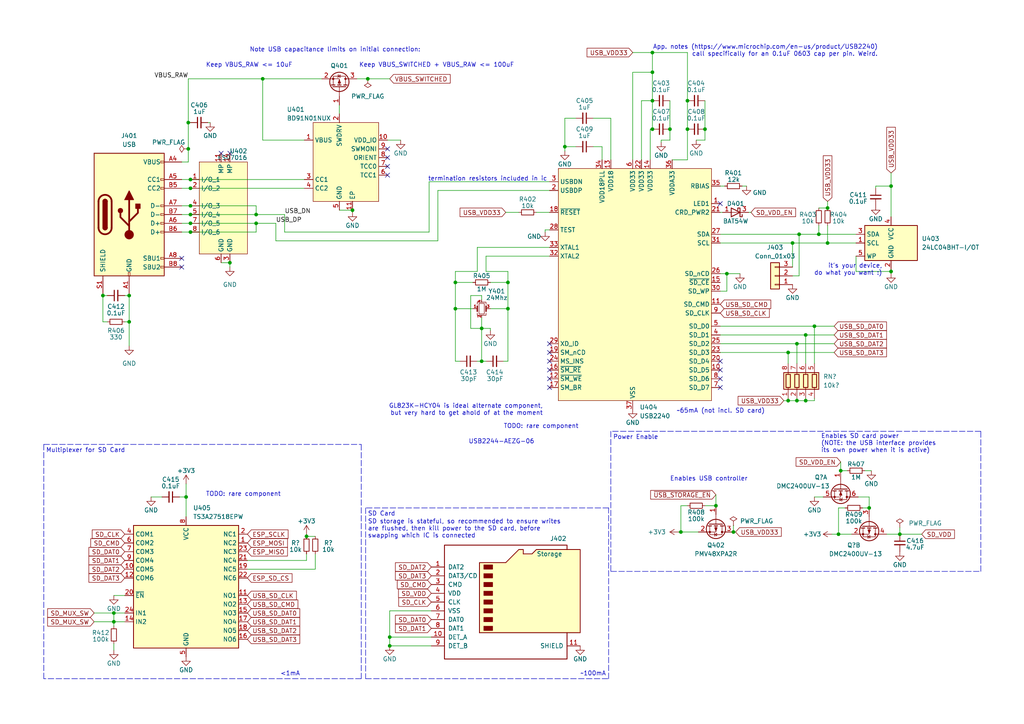
<source format=kicad_sch>
(kicad_sch (version 20211123) (generator eeschema)
  (paper "A4")
  (title_block (title "gay ipod storage + usb interface") (date "2022-09-04") (rev "1"))
  (lib_symbols
    (symbol "Analog_Switch:TS3A27518EPW"
      (property "Reference" "U" (at -13.97 19.05 0))
      (property "Value" "TS3A27518EPW" (at 8.89 19.05 0))
      (symbol "TS3A27518EPW_1_1"
        (pin bidirectional line (at 17.78 12.7 180) (length 2.54) (name "NC2") (number "1"))
        (pin bidirectional line (at -17.78 5.08 0) (length 2.54) (name "COM5") (number "10"))
        (pin bidirectional line (at 17.78 -2.54 180) (length 2.54) (name "NO1") (number "11"))
        (pin bidirectional line (at -17.78 2.54 0) (length 2.54) (name "COM6") (number "12"))
        (pin bidirectional line (at 17.78 -5.08 180) (length 2.54) (name "NO2") (number "13"))
        (pin input line (at -17.78 -10.16 0) (length 2.54) (name "IN2") (number "14"))
        (pin bidirectional line (at 17.78 -7.62 180) (length 2.54) (name "NO3") (number "15"))
        (pin bidirectional line (at 17.78 -15.24 180) (length 2.54) (name "NO6") (number "16"))
        (pin bidirectional line (at 17.78 -10.16 180) (length 2.54) (name "NO4") (number "17"))
        (pin bidirectional line (at 17.78 -12.7 180) (length 2.54) (name "NO5") (number "18"))
        (pin bidirectional line (at 17.78 5.08 180) (length 2.54) (name "NC5") (number "19"))
        (pin bidirectional line (at 17.78 15.24 180) (length 2.54) (name "NC1") (number "2"))
        (pin input line (at -17.78 -2.54 0) (length 2.54) (name "~{EN}") (number "20"))
        (pin bidirectional line (at 17.78 7.62 180) (length 2.54) (name "NC4") (number "21"))
        (pin bidirectional line (at 17.78 2.54 180) (length 2.54) (name "NC6") (number "22"))
        (pin bidirectional line (at 17.78 10.16 180) (length 2.54) (name "NC3") (number "23"))
        (pin input line (at -17.78 -7.62 0) (length 2.54) (name "IN1") (number "24"))
        (pin no_connect line (at -15.24 -15.24 0) (length 2.54) hide (name "N.C.") (number "3"))
        (pin bidirectional line (at -17.78 15.24 0) (length 2.54) (name "COM1") (number "4"))
        (pin power_in line (at 0 -20.32 90) (length 2.54) (name "GND") (number "5"))
        (pin bidirectional line (at -17.78 12.7 0) (length 2.54) (name "COM2") (number "6"))
        (pin bidirectional line (at -17.78 10.16 0) (length 2.54) (name "COM3") (number "7"))
        (pin power_in line (at 0 20.32 270) (length 2.54) (name "VCC") (number "8"))
        (pin bidirectional line (at -17.78 7.62 0) (length 2.54) (name "COM4") (number "9"))
      )
    )
    (symbol "Connector:Micro_SD_Card_Det_Hirose_DM3AT" (pin_names (offset 1.016))
      (property "Reference" "J" (at -16.51 17.78 0))
      (property "Value" "Micro_SD_Card_Det_Hirose_DM3AT" (at 16.51 17.78 0))
      (symbol "Micro_SD_Card_Det_Hirose_DM3AT_1_1"
        (pin bidirectional line (at -22.86 10.16 0) (length 3.81) (name "DAT2") (number "1"))
        (pin passive line (at -22.86 -10.16 0) (length 3.81) (name "DET_A") (number "10"))
        (pin passive line (at 20.32 -12.7 180) (length 3.81) (name "SHIELD") (number "11"))
        (pin bidirectional line (at -22.86 7.62 0) (length 3.81) (name "DAT3/CD") (number "2"))
        (pin input line (at -22.86 5.08 0) (length 3.81) (name "CMD") (number "3"))
        (pin power_in line (at -22.86 2.54 0) (length 3.81) (name "VDD") (number "4"))
        (pin input line (at -22.86 0 0) (length 3.81) (name "CLK") (number "5"))
        (pin power_in line (at -22.86 -2.54 0) (length 3.81) (name "VSS") (number "6"))
        (pin bidirectional line (at -22.86 -5.08 0) (length 3.81) (name "DAT0") (number "7"))
        (pin bidirectional line (at -22.86 -7.62 0) (length 3.81) (name "DAT1") (number "8"))
        (pin passive line (at -22.86 -12.7 0) (length 3.81) (name "DET_B") (number "9"))
      )
    )
    (symbol "Connector:USB_C_Receptacle_USB2.0" (pin_names (offset 1.016))
      (property "Reference" "J" (at -10.16 19.05 0))
      (property "Value" "USB_C_Receptacle_USB2.0" (at 19.05 19.05 0))
      (symbol "USB_C_Receptacle_USB2.0_1_1"
        (pin passive line (at 0 -22.86 90) (length 5.08) (name "GND") (number "A1"))
        (pin passive line (at 0 -22.86 90) (length 5.08) hide (name "GND") (number "A12"))
        (pin passive line (at 15.24 15.24 180) (length 5.08) (name "VBUS") (number "A4"))
        (pin bidirectional line (at 15.24 10.16 180) (length 5.08) (name "CC1") (number "A5"))
        (pin bidirectional line (at 15.24 -2.54 180) (length 5.08) (name "D+") (number "A6"))
        (pin bidirectional line (at 15.24 2.54 180) (length 5.08) (name "D-") (number "A7"))
        (pin bidirectional line (at 15.24 -12.7 180) (length 5.08) (name "SBU1") (number "A8"))
        (pin passive line (at 15.24 15.24 180) (length 5.08) hide (name "VBUS") (number "A9"))
        (pin passive line (at 0 -22.86 90) (length 5.08) hide (name "GND") (number "B1"))
        (pin passive line (at 0 -22.86 90) (length 5.08) hide (name "GND") (number "B12"))
        (pin passive line (at 15.24 15.24 180) (length 5.08) hide (name "VBUS") (number "B4"))
        (pin bidirectional line (at 15.24 7.62 180) (length 5.08) (name "CC2") (number "B5"))
        (pin bidirectional line (at 15.24 -5.08 180) (length 5.08) (name "D+") (number "B6"))
        (pin bidirectional line (at 15.24 0 180) (length 5.08) (name "D-") (number "B7"))
        (pin bidirectional line (at 15.24 -15.24 180) (length 5.08) (name "SBU2") (number "B8"))
        (pin passive line (at 15.24 15.24 180) (length 5.08) hide (name "VBUS") (number "B9"))
        (pin passive line (at -7.62 -22.86 90) (length 5.08) (name "SHIELD") (number "S1"))
      )
    )
    (symbol "Connector_Generic:Conn_01x03" (pin_names (offset 1.016) hide)
      (property "Reference" "J" (at 0 5.08 0))
      (property "Value" "Conn_01x03" (at 0 -5.08 0))
      (symbol "Conn_01x03_1_1"
        (pin passive line (at -5.08 2.54 0) (length 3.81) (name "Pin_1") (number "1"))
        (pin passive line (at -5.08 0 0) (length 3.81) (name "Pin_2") (number "2"))
        (pin passive line (at -5.08 -2.54 0) (length 3.81) (name "Pin_3") (number "3"))
      )
    )
    (symbol "Device:C_Small" (pin_numbers hide) (pin_names (offset 0.254) hide)
      (property "Reference" "C" (at 0.254 1.778 0))
      (property "Value" "C_Small" (at 0.254 -2.032 0))
      (symbol "C_Small_1_1"
        (pin passive line (at 0 2.54 270) (length 2.032) (name "~") (number "1"))
        (pin passive line (at 0 -2.54 90) (length 2.032) (name "~") (number "2"))
      )
    )
    (symbol "Device:Crystal_GND24_Small" (pin_names (offset 1.016) hide)
      (property "Reference" "Y" (at 1.27 4.445 0))
      (property "Value" "Crystal_GND24_Small" (at 1.27 2.54 0))
      (symbol "Crystal_GND24_Small_1_1"
        (pin passive line (at -2.54 0 0) (length 1.27) (name "1") (number "1"))
        (pin passive line (at 0 -2.54 90) (length 0.635) (name "2") (number "2"))
        (pin passive line (at 2.54 0 180) (length 1.27) (name "3") (number "3"))
        (pin passive line (at 0 2.54 270) (length 0.635) (name "4") (number "4"))
      )
    )
    (symbol "Device:Q_PMOS_GSD" (pin_names (offset 0) hide)
      (property "Reference" "Q" (at 5.08 1.27 0))
      (property "Value" "Q_PMOS_GSD" (at 5.08 -1.27 0))
      (symbol "Q_PMOS_GSD_1_1"
        (pin input line (at -5.08 0 0) (length 2.54) (name "G") (number "1"))
        (pin passive line (at 2.54 -5.08 90) (length 2.54) (name "S") (number "2"))
        (pin passive line (at 2.54 5.08 270) (length 2.54) (name "D") (number "3"))
      )
    )
    (symbol "Device:R_Pack04" (pin_names (offset 0) hide)
      (property "Reference" "RN" (at -7.62 0 90))
      (property "Value" "R_Pack04" (at 5.08 0 90))
      (symbol "R_Pack04_1_1"
        (pin passive line (at -5.08 -5.08 90) (length 2.54) (name "R1.1") (number "1"))
        (pin passive line (at -2.54 -5.08 90) (length 2.54) (name "R2.1") (number "2"))
        (pin passive line (at 0 -5.08 90) (length 2.54) (name "R3.1") (number "3"))
        (pin passive line (at 2.54 -5.08 90) (length 2.54) (name "R4.1") (number "4"))
        (pin passive line (at 2.54 5.08 270) (length 2.54) (name "R4.2") (number "5"))
        (pin passive line (at 0 5.08 270) (length 2.54) (name "R3.2") (number "6"))
        (pin passive line (at -2.54 5.08 270) (length 2.54) (name "R2.2") (number "7"))
        (pin passive line (at -5.08 5.08 270) (length 2.54) (name "R1.2") (number "8"))
      )
    )
    (symbol "Device:R_Small" (pin_numbers hide) (pin_names (offset 0.254) hide)
      (property "Reference" "R" (at 0.762 0.508 0))
      (property "Value" "R_Small" (at 0.762 -1.016 0))
      (symbol "R_Small_1_1"
        (pin passive line (at 0 2.54 270) (length 0.762) (name "~") (number "1"))
        (pin passive line (at 0 -2.54 90) (length 0.762) (name "~") (number "2"))
      )
    )
    (symbol "Diode:BAT54W" (pin_names (offset 1.016) hide)
      (property "Reference" "D" (at 0 2.54 0))
      (property "Value" "BAT54W" (at 0 -2.54 0))
      (symbol "BAT54W_1_1"
        (pin passive line (at 3.81 0 180) (length 2.54) (name "A") (number "1"))
        (pin no_connect line (at 0 0 90) (length 2.54) hide (name "NC") (number "2"))
        (pin passive line (at -3.81 0 0) (length 2.54) (name "K") (number "3"))
      )
    )
    (symbol "Memory_EEPROM:24AA02-OT"
      (property "Reference" "U?" (at -8.89 1.2701 0))
      (property "Value" "24LC08BHT-I/OT " (at -8.89 -1.2699 0))
      (symbol "24AA02-OT_1_1"
        (pin input line (at 10.16 0 180) (length 2.54) (name "SCL") (number "1"))
        (pin power_in line (at 0 -7.62 90) (length 2.54) (name "GND") (number "2"))
        (pin bidirectional line (at 10.16 2.54 180) (length 2.54) (name "SDA") (number "3"))
        (pin power_in line (at 0 7.62 270) (length 2.54) (name "VCC") (number "4"))
        (pin input line (at 10.16 -3.81 180) (length 2.54) (name "WP") (number "5"))
      )
    )
    (symbol "Transistor_FET:DMC2053UVT" (pin_names hide)
      (property "Reference" "Q" (at 3.175 1.27 0))
      (property "Value" "DMC2053UVT" (at 3.175 -1.27 0))
      (symbol "DMC2053UVT_1_1"
        (pin passive line (at -7.62 0 0) (length 2.54) (name "G") (number "1"))
        (pin passive line (at 0 -5.08 90) (length 2.54) (name "S") (number "5"))
        (pin passive line (at 0 5.08 270) (length 2.54) (name "D") (number "6"))
      )
      (symbol "DMC2053UVT_2_1"
        (pin passive line (at 0 -5.08 90) (length 2.54) (name "S") (number "2"))
        (pin passive line (at -7.62 0 0) (length 2.54) (name "G") (number "3"))
        (pin passive line (at 0 5.08 270) (length 2.54) (name "D") (number "4"))
      )
    )
    (symbol "power:+3V3" (power) (pin_names (offset 0))
      (property "Value" "+3V3" (at 0 3.556 0))
      (symbol "+3V3_1_1"
        (pin power_in line (at 0 0 90) (length 0) hide (name "+3V3") (number "1"))
      )
    )
    (symbol "power:GND" (power) (pin_names (offset 0))
      (property "Value" "GND" (at 0 -3.81 0))
      (symbol "GND_1_1"
        (pin power_in line (at 0 0 270) (length 0) hide (name "GND") (number "1"))
      )
    )
    (symbol "power:PWR_FLAG" (power) (pin_numbers hide) (pin_names (offset 0) hide)
      (property "Value" "PWR_FLAG" (at 0 3.81 0))
      (symbol "PWR_FLAG_0_0"
        (pin power_out line (at 0 0 90) (length 0) (name "pwr") (number "1"))
      )
    )
    (symbol "symbols:BD91N01NUX"
      (property "Reference" "U" (at 0 13.97 0))
      (property "Value" "BD91N01NUX" (at 5.08 16.51 0))
      (symbol "BD91N01NUX_1_1"
        (pin input line (at -15.24 7.62 0) (length 2.54) (name "VBUS") (number "1"))
        (pin input line (at 8.89 7.62 180) (length 2.54) (name "VDD_IO") (number "10"))
        (pin input line (at -1.27 -12.7 90) (length 2.54) (name "EP") (number "11"))
        (pin output line (at -5.08 15.24 270) (length 2.54) (name "SWDRV") (number "2"))
        (pin input line (at -15.24 -3.81 0) (length 2.54) (name "CC1") (number "3"))
        (pin input line (at -15.24 -6.35 0) (length 2.54) (name "CC2") (number "4"))
        (pin input line (at -5.08 -12.7 90) (length 2.54) (name "GND") (number "5"))
        (pin output line (at 8.89 -2.54 180) (length 2.54) (name "TCC1") (number "6"))
        (pin output line (at 8.89 0 180) (length 2.54) (name "TCC0") (number "7"))
        (pin output line (at 8.89 2.54 180) (length 2.54) (name "ORIENT") (number "8"))
        (pin output line (at 8.89 5.08 180) (length 2.54) (name "SWMONI") (number "9"))
      )
    )
    (symbol "symbols:ESD7016"
      (property "Reference" "U" (at 0 16.51 0))
      (property "Value" "ESD7016" (at 0 13.97 0))
      (symbol "ESD7016_1_1"
        (pin input line (at 3.81 5.08 270) (length 2.54) (name "I/O_1") (number "1"))
        (pin input line (at 11.43 -3.81 180) (length 2.54) (name "MP") (number "11"))
        (pin input line (at 11.43 -6.35 180) (length 2.54) (name "MP") (number "14"))
        (pin input line (at 1.27 5.08 270) (length 2.54) (name "I/O_2") (number "2"))
        (pin input line (at -20.32 -6.35 0) (length 2.54) (name "GND") (number "3"))
        (pin input line (at -3.81 5.08 270) (length 2.54) (name "I/O_3") (number "4"))
        (pin input line (at -6.35 5.08 270) (length 2.54) (name "I/O_4") (number "5"))
        (pin input line (at -20.32 -3.81 0) (length 2.54) (name "GND") (number "6"))
        (pin input line (at -8.89 5.08 270) (length 2.54) (name "I/O_5") (number "7"))
        (pin input line (at -11.43 5.08 270) (length 2.54) (name "I/O_6") (number "8"))
      )
    )
    (symbol "symbols:USB2240"
      (property "Reference" "U" (at 1.27 1.27 0))
      (property "Value" "USB2240" (at 1.27 -1.27 0))
      (symbol "USB2240_0_0"
        (pin unspecified line (at 25.4 22.86 180) (length 2.54) (name "LED1") (number "1"))
        (pin unspecified line (at 25.4 -25.4 180) (length 2.54) (name "SD_D5") (number "10"))
        (pin unspecified line (at 25.4 -6.35 180) (length 2.54) (name "SD_CMD") (number "11"))
        (pin unspecified line (at -24.13 -27.94 0) (length 2.54) (name "~{SM_WE}") (number "12"))
        (pin unspecified line (at -6.35 35.56 270) (length 2.54) (name "VDD18") (number "13"))
        (pin unspecified line (at 5.08 35.56 270) (length 2.54) (name "VDD33") (number "14"))
        (pin unspecified line (at 25.4 0 180) (length 2.54) (name "~{SD_CE}") (number "15"))
        (pin unspecified line (at -24.13 -25.4 0) (length 2.54) (name "~{SM_RE}") (number "16"))
        (pin unspecified line (at -24.13 -30.48 0) (length 2.54) (name "SM_BR") (number "17"))
        (pin unspecified line (at -24.13 20.32 0) (length 2.54) (name "~{RESET}") (number "18"))
        (pin unspecified line (at -24.13 -20.32 0) (length 2.54) (name "SM_nCD") (number "19"))
        (pin unspecified line (at -24.13 26.67 0) (length 2.54) (name "USBDP") (number "2"))
        (pin unspecified line (at 25.4 -22.86 180) (length 2.54) (name "SD_D4") (number "20"))
        (pin unspecified line (at 25.4 20.32 180) (length 2.54) (name "CRD_PWR2") (number "21"))
        (pin unspecified line (at 2.54 35.56 270) (length 2.54) (name "VDD33") (number "22"))
        (pin unspecified line (at 25.4 -20.32 180) (length 2.54) (name "SD_D3") (number "23"))
        (pin unspecified line (at -24.13 -22.86 0) (length 2.54) (name "MS_INS") (number "24"))
        (pin unspecified line (at 25.4 -17.78 180) (length 2.54) (name "SD_D2") (number "25"))
        (pin unspecified line (at 25.4 2.54 180) (length 2.54) (name "SD_nCD") (number "26"))
        (pin unspecified line (at 25.4 13.97 180) (length 2.54) (name "SDA") (number "27"))
        (pin unspecified line (at -24.13 15.24 0) (length 2.54) (name "TEST") (number "28"))
        (pin unspecified line (at -24.13 -17.78 0) (length 2.54) (name "XD_ID") (number "29"))
        (pin unspecified line (at -24.13 29.21 0) (length 2.54) (name "USBDN") (number "3"))
        (pin unspecified line (at 25.4 -2.54 180) (length 2.54) (name "SD_WP") (number "30"))
        (pin unspecified line (at 25.4 11.43 180) (length 2.54) (name "SCL") (number "31"))
        (pin unspecified line (at -24.13 7.62 0) (length 2.54) (name "XTAL2") (number "32"))
        (pin unspecified line (at -24.13 10.16 0) (length 2.54) (name "XTAL1") (number "33"))
        (pin unspecified line (at -8.89 35.56 270) (length 2.54) (name "VDD18PLL") (number "34"))
        (pin unspecified line (at 25.4 27.94 180) (length 2.54) (name "RBIAS") (number "35"))
        (pin unspecified line (at 11.43 35.56 270) (length 2.54) (name "VDDA33") (number "36"))
        (pin unspecified line (at 0 -36.83 90) (length 2.54) (name "VSS") (number "37"))
        (pin unspecified line (at 25.4 -15.24 180) (length 2.54) (name "SD_D1") (number "4"))
        (pin unspecified line (at 25.4 -12.7 180) (length 2.54) (name "SD_D0") (number "5"))
        (pin unspecified line (at 0 35.56 270) (length 2.54) (name "VDD33") (number "6"))
        (pin unspecified line (at 25.4 -30.48 180) (length 2.54) (name "SD_D7") (number "7"))
        (pin unspecified line (at 25.4 -27.94 180) (length 2.54) (name "SD_D6") (number "8"))
        (pin unspecified line (at 25.4 -8.89 180) (length 2.54) (name "SD_CLK") (number "9"))
      )
    )
  )
  (junction (at 240.03 60.325))
  (junction (at 106.68 22.86))
  (junction (at 233.68 97.155))
  (junction (at 228.6 102.235))
  (junction (at 55.245 59.69))
  (junction (at 74.295 64.77))
  (junction (at 189.23 29.21))
  (junction (at 113.03 187.325))
  (junction (at 233.68 116.205))
  (junction (at 54.61 43.18))
  (junction (at 236.22 94.615))
  (junction (at 76.2 22.86))
  (junction (at 33.02 180.34))
  (junction (at 37.465 85.725))
  (junction (at 74.295 62.23))
  (junction (at 55.245 67.31))
  (junction (at 113.03 184.785))
  (junction (at 199.39 29.21))
  (junction (at 132.08 81.915))
  (junction (at 55.245 64.77))
  (junction (at 102.235 60.96))
  (junction (at 231.14 116.205))
  (junction (at 189.23 37.465))
  (junction (at 212.725 154.305))
  (junction (at 139.7 95.25))
  (junction (at 53.975 144.145))
  (junction (at 228.6 116.205))
  (junction (at 252.095 147.32))
  (junction (at 231.775 67.945))
  (junction (at 237.49 67.945))
  (junction (at 55.245 54.61))
  (junction (at 210.82 79.375))
  (junction (at 197.485 154.305))
  (junction (at 207.645 146.685))
  (junction (at 260.985 154.94))
  (junction (at 66.675 76.2))
  (junction (at 189.23 15.24))
  (junction (at 258.445 78.74))
  (junction (at 54.61 35.56))
  (junction (at 88.9 155.575))
  (junction (at 194.31 37.465))
  (junction (at 147.32 89.535))
  (junction (at 139.7 104.775))
  (junction (at 189.23 20.955))
  (junction (at 231.14 99.695))
  (junction (at 243.205 154.94))
  (junction (at 240.03 70.485))
  (junction (at 243.84 136.525))
  (junction (at 55.245 52.07))
  (junction (at 258.445 53.975))
  (junction (at 229.87 70.485))
  (junction (at 204.47 37.465))
  (junction (at 55.245 62.23))
  (junction (at 132.08 89.535))
  (junction (at 37.465 93.345))
  (junction (at 163.83 42.545))
  (junction (at 199.39 37.465))
  (junction (at 147.32 81.915))
  (junction (at 33.02 177.8))
  (junction (at 29.845 85.725))
  (no_connect (at 112.395 43.18))
  (no_connect (at 208.915 59.055))
  (no_connect (at 112.395 45.72))
  (no_connect (at 112.395 48.26))
  (no_connect (at 112.395 50.8))
  (no_connect (at 52.705 74.93))
  (no_connect (at 208.915 104.775))
  (no_connect (at 208.915 107.315))
  (no_connect (at 208.915 109.855))
  (no_connect (at 208.915 112.395))
  (no_connect (at 159.385 102.235))
  (no_connect (at 159.385 99.695))
  (no_connect (at 159.385 112.395))
  (no_connect (at 159.385 109.855))
  (no_connect (at 159.385 107.315))
  (no_connect (at 159.385 104.775))
  (no_connect (at 64.135 44.45))
  (no_connect (at 66.675 44.45))
  (no_connect (at 52.705 77.47))
  (wire (pts (xy 210.82 79.375) (xy 210.82 84.455)))
  (wire (pts (xy 231.14 116.205) (xy 228.6 116.205)))
  (wire (pts (xy 133.35 104.775) (xy 132.08 104.775)))
  (wire (pts (xy 236.22 144.145) (xy 238.76 144.145)))
  (wire (pts (xy 204.47 37.465) (xy 204.47 40.64)))
  (wire (pts (xy 217.805 61.595) (xy 217.17 61.595)))
  (wire (pts (xy 204.47 146.685) (xy 207.645 146.685)))
  (wire (pts (xy 210.82 79.375) (xy 214.63 79.375)))
  (wire (pts (xy 52.705 67.31) (xy 55.245 67.31)))
  (wire (pts (xy 112.395 40.64) (xy 116.205 40.64)))
  (wire (pts (xy 243.84 133.985) (xy 243.84 136.525)))
  (wire (pts (xy 233.68 116.205) (xy 231.14 116.205)))
  (wire (pts (xy 55.245 54.61) (xy 52.705 54.61)))
  (wire (pts (xy 74.295 62.23) (xy 82.55 62.23)))
  (wire (pts (xy 260.985 153.035) (xy 260.985 154.94)))
  (wire (pts (xy 258.445 78.74) (xy 258.445 78.105)))
  (wire (pts (xy 37.465 93.345) (xy 37.465 100.33)))
  (wire (pts (xy 74.295 64.77) (xy 80.01 64.77)))
  (wire (pts (xy 240.03 65.405) (xy 240.03 70.485)))
  (wire (pts (xy 245.11 147.32) (xy 243.205 147.32)))
  (wire (pts (xy 52.07 144.145) (xy 53.975 144.145)))
  (wire (pts (xy 228.6 115.57) (xy 228.6 116.205)))
  (wire (pts (xy 142.24 95.885) (xy 142.24 95.25)))
  (wire (pts (xy 43.815 144.145) (xy 46.99 144.145)))
  (wire (pts (xy 229.87 70.485) (xy 229.87 77.47)))
  (wire (pts (xy 241.935 94.615) (xy 236.22 94.615)))
  (wire (pts (xy 216.535 53.975) (xy 215.265 53.975)))
  (wire (pts (xy 241.3 154.94) (xy 243.205 154.94)))
  (wire (pts (xy 132.08 78.74) (xy 132.08 81.915)))
  (wire (pts (xy 228.6 102.235) (xy 228.6 105.41)))
  (wire (pts (xy 231.775 67.945) (xy 237.49 67.945)))
  (wire (pts (xy 76.2 40.64) (xy 88.265 40.64)))
  (wire (pts (xy 248.92 144.145) (xy 252.095 144.145)))
  (polyline (pts (xy 12.7 196.85) (xy 12.7 128.905)))
  (wire (pts (xy 231.14 99.695) (xy 208.915 99.695)))
  (wire (pts (xy 125.095 187.325) (xy 113.03 187.325)))
  (wire (pts (xy 27.305 180.34) (xy 33.02 180.34)))
  (wire (pts (xy 136.525 95.25) (xy 139.7 95.25)))
  (wire (pts (xy 236.22 115.57) (xy 236.22 116.205)))
  (wire (pts (xy 53.975 140.335) (xy 53.975 144.145)))
  (wire (pts (xy 159.385 55.245) (xy 127 55.245)))
  (wire (pts (xy 54.61 22.86) (xy 54.61 35.56)))
  (wire (pts (xy 228.6 102.235) (xy 208.915 102.235)))
  (wire (pts (xy 233.68 97.155) (xy 233.68 105.41)))
  (wire (pts (xy 236.22 94.615) (xy 208.915 94.615)))
  (wire (pts (xy 241.935 97.155) (xy 233.68 97.155)))
  (wire (pts (xy 167.005 42.545) (xy 163.83 42.545)))
  (wire (pts (xy 52.705 62.23) (xy 55.245 62.23)))
  (wire (pts (xy 208.915 67.945) (xy 231.775 67.945)))
  (wire (pts (xy 140.97 74.295) (xy 140.97 78.74)))
  (wire (pts (xy 163.83 34.29) (xy 163.83 42.545)))
  (wire (pts (xy 159.385 74.295) (xy 140.97 74.295)))
  (wire (pts (xy 241.935 102.235) (xy 228.6 102.235)))
  (wire (pts (xy 27.305 177.8) (xy 33.02 177.8)))
  (wire (pts (xy 159.385 71.755) (xy 138.43 71.755)))
  (wire (pts (xy 55.245 52.07) (xy 52.705 52.07)))
  (wire (pts (xy 64.135 76.2) (xy 66.675 76.2)))
  (wire (pts (xy 76.2 22.86) (xy 54.61 22.86)))
  (wire (pts (xy 258.445 79.375) (xy 258.445 78.74)))
  (wire (pts (xy 88.9 155.575) (xy 88.9 154.94)))
  (wire (pts (xy 147.32 81.915) (xy 147.32 89.535)))
  (wire (pts (xy 194.31 37.465) (xy 194.31 40.64)))
  (wire (pts (xy 55.245 59.69) (xy 74.295 59.69)))
  (wire (pts (xy 60.96 35.56) (xy 60.325 35.56)))
  (wire (pts (xy 245.745 136.525) (xy 243.84 136.525)))
  (wire (pts (xy 36.195 85.725) (xy 37.465 85.725)))
  (wire (pts (xy 212.725 152.4) (xy 212.725 154.305)))
  (wire (pts (xy 210.185 53.975) (xy 208.915 53.975)))
  (wire (pts (xy 159.385 66.675) (xy 158.115 66.675)))
  (wire (pts (xy 74.295 59.69) (xy 74.295 62.23)))
  (wire (pts (xy 237.49 65.405) (xy 237.49 67.945)))
  (polyline (pts (xy 284.48 125.095) (xy 177.165 125.095)))
  (wire (pts (xy 208.915 70.485) (xy 229.87 70.485)))
  (wire (pts (xy 243.205 154.94) (xy 247.015 154.94)))
  (wire (pts (xy 209.55 61.595) (xy 208.915 61.595)))
  (wire (pts (xy 139.7 104.775) (xy 140.97 104.775)))
  (wire (pts (xy 189.23 15.24) (xy 189.23 20.955)))
  (wire (pts (xy 146.05 104.775) (xy 147.32 104.775)))
  (wire (pts (xy 29.845 85.725) (xy 29.845 93.345)))
  (wire (pts (xy 188.595 46.355) (xy 188.595 37.465)))
  (wire (pts (xy 29.845 85.725) (xy 31.115 85.725)))
  (wire (pts (xy 55.245 35.56) (xy 54.61 35.56)))
  (wire (pts (xy 188.595 37.465) (xy 189.23 37.465)))
  (wire (pts (xy 250.19 147.32) (xy 252.095 147.32)))
  (wire (pts (xy 199.39 37.465) (xy 199.39 46.355)))
  (wire (pts (xy 136.525 85.725) (xy 136.525 95.25)))
  (wire (pts (xy 233.68 115.57) (xy 233.68 116.205)))
  (wire (pts (xy 91.44 165.1) (xy 91.44 160.655)))
  (wire (pts (xy 248.285 74.295) (xy 248.285 78.74)))
  (wire (pts (xy 258.445 50.165) (xy 258.445 53.975)))
  (wire (pts (xy 29.845 93.345) (xy 31.115 93.345)))
  (wire (pts (xy 125.095 177.165) (xy 113.03 177.165)))
  (wire (pts (xy 194.945 46.355) (xy 199.39 46.355)))
  (wire (pts (xy 189.23 29.21) (xy 189.23 37.465)))
  (wire (pts (xy 71.755 162.56) (xy 88.9 162.56)))
  (wire (pts (xy 88.9 162.56) (xy 88.9 160.655)))
  (wire (pts (xy 204.47 40.64) (xy 201.93 40.64)))
  (wire (pts (xy 199.39 15.24) (xy 199.39 29.21)))
  (wire (pts (xy 142.24 81.915) (xy 147.32 81.915)))
  (wire (pts (xy 189.23 20.955) (xy 189.23 29.21)))
  (wire (pts (xy 138.43 104.775) (xy 139.7 104.775)))
  (wire (pts (xy 177.165 34.29) (xy 177.165 46.355)))
  (wire (pts (xy 236.22 94.615) (xy 236.22 105.41)))
  (wire (pts (xy 174.625 42.545) (xy 174.625 46.355)))
  (wire (pts (xy 260.985 154.94) (xy 267.335 154.94)))
  (wire (pts (xy 233.68 97.155) (xy 208.915 97.155)))
  (wire (pts (xy 194.31 29.21) (xy 194.31 37.465)))
  (wire (pts (xy 207.645 143.51) (xy 207.645 146.685)))
  (wire (pts (xy 159.385 52.705) (xy 124.46 52.705)))
  (wire (pts (xy 138.43 78.74) (xy 132.08 78.74)))
  (wire (pts (xy 231.775 80.01) (xy 231.775 67.945)))
  (wire (pts (xy 240.03 70.485) (xy 248.285 70.485)))
  (wire (pts (xy 80.01 69.85) (xy 80.01 64.77)))
  (wire (pts (xy 37.465 85.09) (xy 37.465 85.725)))
  (wire (pts (xy 54.61 35.56) (xy 54.61 43.18)))
  (wire (pts (xy 236.22 116.205) (xy 233.68 116.205)))
  (wire (pts (xy 252.095 144.145) (xy 252.095 147.32)))
  (polyline (pts (xy 106.045 147.32) (xy 106.045 196.85)))
  (wire (pts (xy 199.39 29.21) (xy 199.39 37.465)))
  (wire (pts (xy 33.02 180.34) (xy 36.195 180.34)))
  (polyline (pts (xy 104.775 128.905) (xy 104.775 196.85)))
  (wire (pts (xy 140.97 78.74) (xy 147.32 78.74)))
  (wire (pts (xy 29.845 85.09) (xy 29.845 85.725)))
  (wire (pts (xy 208.915 84.455) (xy 210.82 84.455)))
  (wire (pts (xy 191.77 40.64) (xy 191.77 41.275)))
  (wire (pts (xy 127 69.85) (xy 127 55.245)))
  (wire (pts (xy 231.14 115.57) (xy 231.14 116.205)))
  (wire (pts (xy 231.14 99.695) (xy 231.14 105.41)))
  (wire (pts (xy 33.02 186.69) (xy 33.02 188.595)))
  (wire (pts (xy 33.02 177.8) (xy 36.195 177.8)))
  (wire (pts (xy 183.515 20.955) (xy 189.23 20.955)))
  (wire (pts (xy 53.975 144.145) (xy 53.975 149.86)))
  (wire (pts (xy 113.03 184.785) (xy 125.095 184.785)))
  (wire (pts (xy 228.6 116.205) (xy 227.33 116.205)))
  (wire (pts (xy 132.08 104.775) (xy 132.08 89.535)))
  (wire (pts (xy 139.7 95.25) (xy 139.7 104.775)))
  (polyline (pts (xy 177.165 125.095) (xy 177.165 165.735)))
  (wire (pts (xy 158.115 66.675) (xy 158.115 67.31)))
  (wire (pts (xy 66.675 76.2) (xy 66.675 77.47)))
  (wire (pts (xy 80.01 69.85) (xy 127 69.85)))
  (wire (pts (xy 167.005 34.29) (xy 163.83 34.29)))
  (polyline (pts (xy 177.165 165.735) (xy 284.48 165.735)))
  (wire (pts (xy 82.55 67.31) (xy 82.55 62.23)))
  (wire (pts (xy 55.245 67.31) (xy 74.295 67.31)))
  (wire (pts (xy 229.87 70.485) (xy 240.03 70.485)))
  (wire (pts (xy 142.24 95.25) (xy 139.7 95.25)))
  (wire (pts (xy 103.505 22.86) (xy 106.68 22.86)))
  (wire (pts (xy 82.55 67.31) (xy 124.46 67.31)))
  (wire (pts (xy 55.245 64.77) (xy 74.295 64.77)))
  (wire (pts (xy 183.515 46.355) (xy 183.515 20.955)))
  (wire (pts (xy 76.2 40.64) (xy 76.2 22.86)))
  (wire (pts (xy 54.61 43.18) (xy 54.61 46.99)))
  (wire (pts (xy 113.03 177.165) (xy 113.03 184.785)))
  (wire (pts (xy 37.465 85.725) (xy 37.465 93.345)))
  (wire (pts (xy 52.705 46.99) (xy 54.61 46.99)))
  (wire (pts (xy 254 53.975) (xy 258.445 53.975)))
  (wire (pts (xy 71.755 165.1) (xy 91.44 165.1)))
  (polyline (pts (xy 284.48 165.735) (xy 284.48 125.095)))
  (wire (pts (xy 208.915 79.375) (xy 210.82 79.375)))
  (wire (pts (xy 252.73 136.525) (xy 250.825 136.525)))
  (wire (pts (xy 257.175 154.94) (xy 260.985 154.94)))
  (wire (pts (xy 241.935 99.695) (xy 231.14 99.695)))
  (wire (pts (xy 237.49 67.945) (xy 248.285 67.945)))
  (polyline (pts (xy 176.53 147.32) (xy 106.045 147.32)))
  (wire (pts (xy 248.285 78.74) (xy 258.445 78.74)))
  (wire (pts (xy 243.205 147.32) (xy 243.205 154.94)))
  (wire (pts (xy 213.36 154.305) (xy 212.725 154.305)))
  (wire (pts (xy 139.7 85.725) (xy 139.7 86.995)))
  (wire (pts (xy 197.485 154.305) (xy 202.565 154.305)))
  (wire (pts (xy 254 54.61) (xy 254 53.975)))
  (wire (pts (xy 183.515 15.24) (xy 189.23 15.24)))
  (wire (pts (xy 237.49 60.325) (xy 240.03 60.325)))
  (wire (pts (xy 36.195 93.345) (xy 37.465 93.345)))
  (wire (pts (xy 189.23 15.24) (xy 199.39 15.24)))
  (wire (pts (xy 113.03 184.785) (xy 113.03 187.325)))
  (wire (pts (xy 194.31 40.64) (xy 191.77 40.64)))
  (wire (pts (xy 142.24 89.535) (xy 147.32 89.535)))
  (wire (pts (xy 55.245 62.23) (xy 74.295 62.23)))
  (wire (pts (xy 258.445 53.975) (xy 258.445 62.865)))
  (wire (pts (xy 163.83 42.545) (xy 163.83 43.815)))
  (wire (pts (xy 139.7 85.725) (xy 136.525 85.725)))
  (wire (pts (xy 55.245 54.61) (xy 88.265 54.61)))
  (wire (pts (xy 186.055 46.355) (xy 186.055 29.21)))
  (wire (pts (xy 155.575 61.595) (xy 159.385 61.595)))
  (wire (pts (xy 172.085 34.29) (xy 177.165 34.29)))
  (wire (pts (xy 88.9 155.575) (xy 91.44 155.575)))
  (wire (pts (xy 139.7 92.075) (xy 139.7 95.25)))
  (wire (pts (xy 74.295 64.77) (xy 74.295 67.31)))
  (wire (pts (xy 33.02 172.72) (xy 36.195 172.72)))
  (wire (pts (xy 132.08 89.535) (xy 137.16 89.535)))
  (polyline (pts (xy 106.045 196.85) (xy 176.53 196.85)))
  (polyline (pts (xy 176.53 196.85) (xy 176.53 147.32)))
  (wire (pts (xy 132.08 81.915) (xy 132.08 89.535)))
  (wire (pts (xy 33.02 177.8) (xy 33.02 180.34)))
  (polyline (pts (xy 104.775 196.85) (xy 12.7 196.85)))
  (wire (pts (xy 186.055 29.21) (xy 189.23 29.21)))
  (wire (pts (xy 52.705 59.69) (xy 55.245 59.69)))
  (wire (pts (xy 93.345 22.86) (xy 76.2 22.86)))
  (wire (pts (xy 229.87 80.01) (xy 231.775 80.01)))
  (wire (pts (xy 106.68 22.86) (xy 113.03 22.86)))
  (wire (pts (xy 197.485 146.685) (xy 197.485 154.305)))
  (polyline (pts (xy 12.7 128.905) (xy 104.775 128.905)))
  (wire (pts (xy 137.16 81.915) (xy 132.08 81.915)))
  (wire (pts (xy 196.85 154.305) (xy 197.485 154.305)))
  (wire (pts (xy 204.47 29.21) (xy 204.47 37.465)))
  (wire (pts (xy 199.39 146.685) (xy 197.485 146.685)))
  (wire (pts (xy 98.425 60.96) (xy 102.235 60.96)))
  (wire (pts (xy 52.705 64.77) (xy 55.245 64.77)))
  (wire (pts (xy 172.085 42.545) (xy 174.625 42.545)))
  (wire (pts (xy 147.32 104.775) (xy 147.32 89.535)))
  (wire (pts (xy 146.685 61.595) (xy 150.495 61.595)))
  (wire (pts (xy 240.03 58.42) (xy 240.03 60.325)))
  (wire (pts (xy 147.32 78.74) (xy 147.32 81.915)))
  (wire (pts (xy 138.43 71.755) (xy 138.43 78.74)))
  (wire (pts (xy 102.235 60.96) (xy 102.235 61.595)))
  (wire (pts (xy 124.46 67.31) (xy 124.46 52.705)))
  (wire (pts (xy 33.02 180.34) (xy 33.02 181.61)))
  (wire (pts (xy 55.245 52.07) (xy 88.265 52.07)))
  (wire (pts (xy 98.425 30.48) (xy 98.425 33.02)))
  (text "Keep VBUS_RAW <= 10uF" (at 59.69 19.685 0) (effects (font (size 1.27 1.27)) (justify left bottom)))
  (text "<1mA" (at 81.28 196.215 0) (effects (font (size 1.27 1.27)) (justify left bottom)))
  (text "App. notes (https://www.microchip.com/en-us/product/USB2240)\ncall specifically for an 0.1uF 0603 cap per pin. Weird." (at 254.635 16.51 0) (effects (font (size 1.27 1.27)) (justify right bottom)))
  (text "USB2244-AEZG-06" (at 135.89 128.905 0) (effects (font (size 1.27 1.27)) (justify left bottom)))
  (text "it's your device,\ndo what you want :)" (at 255.905 80.01 180) (effects (font (size 1.27 1.27)) (justify right bottom)))
  (text "TODO: rare component" (at 146.05 124.46 0) (effects (font (size 1.27 1.27)) (justify left bottom)))
  (text "termination resistors included in ic" (at 158.75 52.705 180) (effects (font (size 1.27 1.27)) (justify right bottom)))
  (text "Keep VBUS_SWITCHED + VBUS_RAW <= 100uF" (at 104.14 19.685 0) (effects (font (size 1.27 1.27)) (justify left bottom)))
  (text "~100mA" (at 168.275 196.215 0) (effects (font (size 1.27 1.27)) (justify left bottom)))
  (text "~65mA (not incl. SD card)" (at 196.215 120.015 0) (effects (font (size 1.27 1.27)) (justify left bottom)))
  (text "Enables USB controller" (at 194.31 139.7 0) (effects (font (size 1.27 1.27)) (justify left bottom)))
  (text "Note USB capacitance limits on initial connection:" (at 72.39 15.24 0) (effects (font (size 1.27 1.27)) (justify left bottom)))
  (text "Multiplexer for SD Card" (at 13.335 131.445 0) (effects (font (size 1.27 1.27)) (justify left bottom)))
  (text "TODO: rare component" (at 59.69 144.145 0) (effects (font (size 1.27 1.27)) (justify left bottom)))
  (text "SD storage is stateful, so recommended to ensure writes\nare flushed, then kill power to the SD card, before\nswapping which IC is connected" (at 106.68 156.21 0) (effects (font (size 1.27 1.27)) (justify left bottom)))
  (text "SD Card" (at 106.68 149.86 0) (effects (font (size 1.27 1.27)) (justify left bottom)))
  (text "GL823K-HCY04 is ideal alternate component,\nbut very hard to get ahold of at the moment" (at 157.48 120.65 0) (effects (font (size 1.27 1.27)) (justify right bottom)))
  (text "Power Enable" (at 177.8 127.635 0) (effects (font (size 1.27 1.27)) (justify left bottom)))
  (text "Enables SD card power\n(NOTE: the USB interface provides\nits own power when it is active)" (at 238.125 131.445 0) (effects (font (size 1.27 1.27)) (justify left bottom)))
  (label "VBUS_RAW" (at 54.61 22.86 180))
  (label "USB_DP" (at 80.01 64.77 0))
  (label "USB_DN" (at 82.55 62.23 0))
  (global_label "USB_SD_DAT0" (shape input) (at 71.755 177.8 0) (property "Intersheet References" "${INTERSHEET_REFS}" (effects hide)))
  (global_label "SD_DAT0" (shape input) (at 36.195 160.02 180) (property "Intersheet References" "${INTERSHEET_REFS}" (effects hide)))
  (global_label "ESP_MISO" (shape input) (at 71.755 160.02 0) (property "Intersheet References" "${INTERSHEET_REFS}" (effects hide)))
  (global_label "USB_SD_DAT2" (shape input) (at 71.755 182.88 0) (property "Intersheet References" "${INTERSHEET_REFS}" (effects hide)))
  (global_label "SD_DAT3" (shape input) (at 36.195 167.64 180) (property "Intersheet References" "${INTERSHEET_REFS}" (effects hide)))
  (global_label "ESP_SD_CS" (shape input) (at 71.755 167.64 0) (property "Intersheet References" "${INTERSHEET_REFS}" (effects hide)))
  (global_label "SD_VDD" (shape input) (at 267.335 154.94 0) (property "Intersheet References" "${INTERSHEET_REFS}" (effects hide)))
  (global_label "SD_CMD" (shape input) (at 36.195 157.48 180) (property "Intersheet References" "${INTERSHEET_REFS}" (effects hide)))
  (global_label "ESP_MOSI" (shape input) (at 71.755 157.48 0) (property "Intersheet References" "${INTERSHEET_REFS}" (effects hide)))
  (global_label "SD_DAT2" (shape input) (at 125.095 164.465 180) (property "Intersheet References" "${INTERSHEET_REFS}" (effects hide)))
  (global_label "SD_DAT3" (shape input) (at 125.095 167.005 180) (property "Intersheet References" "${INTERSHEET_REFS}" (effects hide)))
  (global_label "USB_VDD33" (shape input) (at 240.03 58.42 90) (property "Intersheet References" "${INTERSHEET_REFS}" (effects hide)))
  (global_label "SD_VDD" (shape input) (at 125.095 172.085 180) (property "Intersheet References" "${INTERSHEET_REFS}" (effects hide)))
  (global_label "SD_DAT0" (shape input) (at 125.095 179.705 180) (property "Intersheet References" "${INTERSHEET_REFS}" (effects hide)))
  (global_label "~{USB_STORAGE_EN}" (shape input) (at 207.645 143.51 180) (property "Intersheet References" "${INTERSHEET_REFS}" (effects hide)))
  (global_label "USB_SD_CMD" (shape input) (at 71.755 175.26 0) (property "Intersheet References" "${INTERSHEET_REFS}" (effects hide)))
  (global_label "USB_SD_CLK" (shape input) (at 71.755 172.72 0) (property "Intersheet References" "${INTERSHEET_REFS}" (effects hide)))
  (global_label "USB_SD_DAT1" (shape input) (at 71.755 180.34 0) (property "Intersheet References" "${INTERSHEET_REFS}" (effects hide)))
  (global_label "USB_SD_DAT3" (shape input) (at 241.935 102.235 0) (property "Intersheet References" "${INTERSHEET_REFS}" (effects hide)))
  (global_label "USB_SD_DAT1" (shape input) (at 241.935 97.155 0) (property "Intersheet References" "${INTERSHEET_REFS}" (effects hide)))
  (global_label "USB_SD_DAT2" (shape input) (at 241.935 99.695 0) (property "Intersheet References" "${INTERSHEET_REFS}" (effects hide)))
  (global_label "USB_SD_CLK" (shape input) (at 208.915 90.805 0) (property "Intersheet References" "${INTERSHEET_REFS}" (effects hide)))
  (global_label "SD_VDD_EN" (shape input) (at 243.84 133.985 180) (property "Intersheet References" "${INTERSHEET_REFS}" (effects hide)))
  (global_label "SD_DAT1" (shape input) (at 36.195 162.56 180) (property "Intersheet References" "${INTERSHEET_REFS}" (effects hide)))
  (global_label "SD_DAT1" (shape input) (at 125.095 182.245 180) (property "Intersheet References" "${INTERSHEET_REFS}" (effects hide)))
  (global_label "USB_VDD33" (shape input) (at 258.445 50.165 90) (property "Intersheet References" "${INTERSHEET_REFS}" (effects hide)))
  (global_label "USB_VDD33" (shape input) (at 227.33 116.205 180) (property "Intersheet References" "${INTERSHEET_REFS}" (effects hide)))
  (global_label "SD_CMD" (shape input) (at 125.095 169.545 180) (property "Intersheet References" "${INTERSHEET_REFS}" (effects hide)))
  (global_label "USB_VDD33" (shape input) (at 213.36 154.305 0) (property "Intersheet References" "${INTERSHEET_REFS}" (effects hide)))
  (global_label "USB_SD_CMD" (shape input) (at 208.915 88.265 0) (property "Intersheet References" "${INTERSHEET_REFS}" (effects hide)))
  (global_label "SD_CLK" (shape input) (at 36.195 154.94 180) (property "Intersheet References" "${INTERSHEET_REFS}" (effects hide)))
  (global_label "SD_MUX_SW" (shape input) (at 27.305 180.34 180) (property "Intersheet References" "${INTERSHEET_REFS}" (effects hide)))
  (global_label "USB_SD_DAT0" (shape input) (at 241.935 94.615 0) (property "Intersheet References" "${INTERSHEET_REFS}" (effects hide)))
  (global_label "SD_MUX_SW" (shape input) (at 27.305 177.8 180) (property "Intersheet References" "${INTERSHEET_REFS}" (effects hide)))
  (global_label "USB_VDD33" (shape input) (at 183.515 15.24 180) (property "Intersheet References" "${INTERSHEET_REFS}" (effects hide)))
  (global_label "SD_CLK" (shape input) (at 125.095 174.625 180) (property "Intersheet References" "${INTERSHEET_REFS}" (effects hide)))
  (global_label "USB_SD_DAT3" (shape input) (at 71.755 185.42 0) (property "Intersheet References" "${INTERSHEET_REFS}" (effects hide)))
  (global_label "VBUS_SWITCHED" (shape input) (at 113.03 22.86 0) (property "Intersheet References" "${INTERSHEET_REFS}" (effects hide)))
  (global_label "SD_DAT2" (shape input) (at 36.195 165.1 180) (property "Intersheet References" "${INTERSHEET_REFS}" (effects hide)))
  (global_label "USB_VDD33" (shape input) (at 146.685 61.595 180) (property "Intersheet References" "${INTERSHEET_REFS}" (effects hide)))
  (global_label "SD_VDD_EN" (shape input) (at 217.805 61.595 0) (property "Intersheet References" "${INTERSHEET_REFS}" (effects hide)))
  (global_label "ESP_SCLK" (shape input) (at 71.755 154.94 0) (property "Intersheet References" "${INTERSHEET_REFS}" (effects hide)))
  (symbol (lib_id "Device:R_Small") (at 88.9 158.115 0) (mirror y) (unit 1)
    (property "Reference" "R?" (at 85.725 157.48 0))
    (property "Value" "10k" (at 85.725 159.385 0))
    (property "Footprint" "Resistor_SMD:R_0603_1608Metric" (effects hide))
    (property "PN" "AC0603JR-0710KL" (effects hide))
  )
  (symbol (lib_id "power:GND") (at 191.77 41.275 0) (unit 1)
    (property "Reference" "#PWR0405" (effects hide))
    (property "Value" "GND" (at 191.77 45.085 0))
  )
  (symbol (lib_id "power:GND") (at 260.985 160.02 0) (unit 1)
    (property "Reference" "#PWR0423" (effects hide))
    (property "Value" "GND" (at 260.985 163.83 0))
  )
  (symbol (lib_id "power:GND") (at 214.63 79.375 0) (unit 1)
    (property "Reference" "#PWR0126" (effects hide))
    (property "Value" "GND" (at 214.63 83.185 0))
  )
  (symbol (lib_id "power:PWR_FLAG") (at 106.68 22.86 180) (unit 1)
    (property "Reference" "#FLG0401" (effects hide))
    (property "Value" "PWR_FLAG" (at 106.68 27.94 0))
  )
  (symbol (lib_id "Device:C_Small") (at 191.77 29.21 270) (unit 1)
    (property "Reference" "C403" (at 191.77 24.13 90))
    (property "Value" "0.1uF" (at 191.77 26.035 90))
    (property "Footprint" "Capacitor_SMD:C_0603_1608Metric" (effects hide))
  )
  (symbol (lib_id "power:GND") (at 252.73 136.525 0) (unit 1)
    (property "Reference" "#PWR0401" (effects hide))
    (property "Value" "GND" (at 252.73 140.335 0))
  )
  (symbol (lib_id "Connector:USB_C_Receptacle_USB2.0") (at 37.465 62.23 0) (unit 1)
    (property "Reference" "J401" (at 37.465 39.37 0))
    (property "Value" "USB" (at 37.465 41.91 0))
    (property "Footprint" "Connector_USB:USB_C_Receptacle_GCT_USB4085" (effects hide))
    (property "Datasheet" "https://www.usb.org/sites/default/files/documents/usb_type-c.zip" (effects hide))
    (property "PN" " USB4085-GF-A " (effects hide))
  )
  (symbol (lib_id "Device:C_Small") (at 201.93 29.21 270) (unit 1)
    (property "Reference" "C404" (at 201.93 24.13 90))
    (property "Value" "0.1uF" (at 201.93 26.035 90))
    (property "Footprint" "Capacitor_SMD:C_0603_1608Metric" (effects hide))
  )
  (symbol (lib_id "Device:R_Small") (at 237.49 62.865 0) (mirror y) (unit 1)
    (property "Reference" "R403" (at 234.315 62.23 0))
    (property "Value" "10k" (at 234.315 64.135 0))
    (property "Footprint" "Resistor_SMD:R_0603_1608Metric" (effects hide))
    (property "PN" "AC0603JR-0710KL" (effects hide))
  )
  (symbol (lib_id "power:GND") (at 183.515 118.745 0) (unit 1)
    (property "Reference" "#PWR0416" (effects hide))
    (property "Value" "GND" (at 183.515 122.555 0))
  )
  (symbol (lib_id "power:GND") (at 216.535 53.975 0) (unit 1)
    (property "Reference" "#PWR0408" (effects hide))
    (property "Value" "GND" (at 220.345 55.88 0))
  )
  (symbol (lib_id "Analog_Switch:TS3A27518EPW") (at 53.975 170.18 0) (unit 1)
    (property "Reference" "U405" (at 55.9944 147.32 0) (effects (justify left)))
    (property "Value" "TS3A27518EPW" (at 55.9944 149.86 0) (effects (justify left)))
    (property "Footprint" "Package_SO:TSSOP-24_4.4x7.8mm_P0.65mm" (effects hide))
    (property "Datasheet" "http://www.ti.com/lit/ds/symlink/ts3a27518e.pdf" (effects hide))
    (property "PN" "TS3A27518EPW" (effects hide))
  )
  (symbol (lib_id "Device:C_Small") (at 260.985 157.48 0) (unit 1)
    (property "Reference" "C416" (at 265.43 156.845 0))
    (property "Value" "4.7uF" (at 265.43 158.75 0))
    (property "Footprint" "Capacitor_SMD:C_0805_2012Metric" (effects hide))
    (property "PN" "EMK212BJ475KD-T" (effects hide))
  )
  (symbol (lib_id "Transistor_FET:DMC2053UVT") (at 243.84 144.145 270) (unit 1)
    (property "Reference" "Q?" (at 238.125 138.43 90))
    (property "Value" " DMC2400UV-13" (at 232.41 140.97 90))
  )
  (symbol (lib_id "Device:C_Small") (at 49.53 144.145 270) (unit 1)
    (property "Reference" "C415" (at 49.53 139.065 90))
    (property "Value" "0.1uF" (at 49.53 140.97 90))
    (property "Footprint" "Capacitor_SMD:C_0805_2012Metric" (effects hide))
    (property "PN" "0805YD104KAT2A" (effects hide))
  )
  (symbol (lib_id "power:GND") (at 229.87 82.55 0) (unit 1)
    (property "Reference" "#PWR0120" (effects hide))
    (property "Value" "GND" (at 229.87 86.36 0))
  )
  (symbol (lib_id "power:GND") (at 163.83 43.815 0) (unit 1)
    (property "Reference" "#PWR0406" (effects hide))
    (property "Value" "GND" (at 163.83 47.625 0))
  )
  (symbol (lib_id "Device:C_Small") (at 169.545 34.29 270) (unit 1)
    (property "Reference" "C405" (at 169.545 29.21 90))
    (property "Value" "1uF" (at 169.545 31.115 90))
    (property "Footprint" "Capacitor_SMD:C_0805_2012Metric" (effects hide))
    (property "PN" "EMK212BJ105KG-T" (effects hide))
  )
  (symbol (lib_id "power:GND") (at 236.22 144.145 0) (unit 1)
    (property "Reference" "#PWR0407" (effects hide))
    (property "Value" "GND" (at 236.22 147.955 0))
  )
  (symbol (lib_id "power:GND") (at 102.235 61.595 0) (unit 1)
    (property "Reference" "#PWR0410" (effects hide))
    (property "Value" "GND" (at 102.235 65.405 0))
  )
  (symbol (lib_id "power:GND") (at 37.465 100.33 0) (unit 1)
    (property "Reference" "#PWR0415" (effects hide))
    (property "Value" "GND" (at 37.465 105.41 0))
  )
  (symbol (lib_id "Transistor_FET:DMC2053UVT") (at 252.095 154.94 270) (unit 2)
    (property "Reference" "Q?" (at 247.65 158.115 90))
    (property "Value" " DMC2400UV-13" (at 247.65 160.655 90))
  )
  (symbol (lib_id "power:GND") (at 33.02 188.595 0) (unit 1)
    (property "Reference" "#PWR0426" (effects hide))
    (property "Value" "GND" (at 33.02 192.405 0))
  )
  (symbol (lib_id "Device:C_Small") (at 143.51 104.775 90) (unit 1)
    (property "Reference" "C414" (at 146.05 107.95 90) (effects (justify left)))
    (property "Value" "30pF" (at 146.05 109.855 90) (effects (justify left)))
    (property "Footprint" "Capacitor_SMD:C_0603_1608Metric" (effects hide))
    (property "PN" "C0603C300K1HACTU" (effects hide))
  )
  (symbol (lib_id "power:+3V3") (at 196.85 154.305 90) (unit 1)
    (property "Reference" "#PWR0421" (effects hide))
    (property "Value" "+3V3" (at 190.5 154.305 90))
  )
  (symbol (lib_id "power:GND") (at 43.815 144.145 0) (unit 1)
    (property "Reference" "#PWR0418" (effects hide))
    (property "Value" "GND" (at 43.815 147.955 0))
  )
  (symbol (lib_id "Connector_Generic:Conn_01x03") (at 224.79 80.01 180) (unit 1) (in_bom no)
    (property "Reference" "J403" (at 224.79 71.755 0))
    (property "Value" "Conn_01x03" (at 224.79 74.295 0))
    (property "Footprint" "footprints:eeprom_flash" (effects hide))
  )
  (symbol (lib_id "Device:Q_PMOS_GSD") (at 207.645 151.765 270) (unit 1)
    (property "Reference" "Q402" (at 207.645 158.115 90))
    (property "Value" "PMV48XPA2R" (at 207.645 160.655 90))
    (property "Footprint" "Package_TO_SOT_SMD:SOT-23" (effects hide))
    (property "PN" "PMV48XPA2R" (effects hide))
  )
  (symbol (lib_id "power:GND") (at 142.24 95.885 0) (unit 1)
    (property "Reference" "#PWR0414" (effects hide))
    (property "Value" "GND" (at 142.24 99.695 0))
  )
  (symbol (lib_id "power:GND") (at 158.115 67.31 0) (unit 1)
    (property "Reference" "#PWR0411" (effects hide))
    (property "Value" "GND" (at 154.94 68.58 0))
  )
  (symbol (lib_id "Device:Crystal_GND24_Small") (at 139.7 89.535 0) (unit 1)
    (property "Reference" "Y401" (at 141.605 84.455 0) (effects (justify left)))
    (property "Value" "24Mhz" (at 140.97 86.36 0) (effects (justify left)))
    (property "Footprint" "Crystal:Crystal_SMD_3225-4Pin_3.2x2.5mm" (effects hide))
    (property "PN" "ECS-240-18-33-JGN-TR3" (effects hide))
  )
  (symbol (lib_id "power:GND") (at 168.275 187.325 0) (unit 1)
    (property "Reference" "#PWR0119" (effects hide))
    (property "Value" "GND" (at 168.275 191.135 0))
  )
  (symbol (lib_id "power:GND") (at 258.445 79.375 0) (unit 1)
    (property "Reference" "#PWR0413" (effects hide))
    (property "Value" "GND" (at 258.445 83.185 0))
  )
  (symbol (lib_id "Device:R_Small") (at 139.7 81.915 90) (unit 1)
    (property "Reference" "R405" (at 139.7 80.01 90))
    (property "Value" "1M" (at 139.7 83.82 90))
    (property "Footprint" "Resistor_SMD:R_0603_1608Metric" (effects hide))
    (property "PN" "AC0603FR-131ML" (effects hide))
  )
  (symbol (lib_id "Device:R_Pack04") (at 233.68 110.49 0) (unit 1)
    (property "Reference" "RN?" (at 238.76 109.2199 0) (effects (justify left)))
    (property "Value" "10k?" (at 238.76 111.7599 0) (effects (justify left)))
  )
  (symbol (lib_id "power:GND") (at 33.02 172.72 0) (unit 1)
    (property "Reference" "#PWR0424" (effects hide))
    (property "Value" "GND" (at 33.02 176.53 0))
  )
  (symbol (lib_id "power:PWR_FLAG") (at 260.985 153.035 0) (unit 1)
    (property "Reference" "#FLG0106" (effects hide))
    (property "Value" "PWR_FLAG" (at 263.525 151.7649 0) (effects (justify left)))
  )
  (symbol (lib_id "symbols:ESD7016") (at 60.325 55.88 90) (unit 1)
    (property "Reference" "U402" (at 71.755 43.815 90) (effects (justify left)))
    (property "Value" "ESD7016" (at 71.755 45.72 90) (effects (justify left)))
    (property "Footprint" "footprints:ESD7016MUTAG" (effects hide))
    (property "PN" "ESD7016" (effects hide))
  )
  (symbol (lib_id "Device:C_Small") (at 169.545 42.545 270) (unit 1)
    (property "Reference" "C409" (at 169.545 37.465 90))
    (property "Value" "1uF" (at 169.545 39.37 90))
    (property "Footprint" "Capacitor_SMD:C_0805_2012Metric" (effects hide))
    (property "PN" "EMK212BJ105KG-T" (effects hide))
  )
  (symbol (lib_id "power:GND") (at 60.96 35.56 0) (unit 1)
    (property "Reference" "#PWR0402" (effects hide))
    (property "Value" "GND" (at 60.96 39.37 0))
  )
  (symbol (lib_id "symbols:USB2240") (at 183.515 81.915 0) (unit 1)
    (property "Reference" "U404" (at 185.5344 118.11 0) (effects (justify left)))
    (property "Value" "USB2240" (at 185.5344 120.65 0) (effects (justify left)))
    (property "Footprint" "Package_DFN_QFN:QFN-36-1EP_6x6mm_P0.5mm_EP3.7x3.7mm_ThermalVias" (effects hide))
    (property "PN" "USB2240" (effects hide))
  )
  (symbol (lib_id "Device:R_Small") (at 33.655 93.345 90) (unit 1)
    (property "Reference" "R406" (at 33.655 95.885 90))
    (property "Value" "330" (at 33.655 97.79 90))
    (property "Footprint" "Resistor_SMD:R_0805_2012Metric" (effects hide))
    (property "PN" "RC0805FR-10330RL" (effects hide))
  )
  (symbol (lib_id "power:+3V3") (at 88.9 154.94 0) (unit 1)
    (property "Reference" "#PWR?" (effects hide))
    (property "Value" "+3V3" (at 88.9 151.13 0))
  )
  (symbol (lib_id "Device:Q_PMOS_GSD") (at 98.425 25.4 270) (mirror x) (unit 1)
    (property "Reference" "Q401" (at 98.425 19.05 90))
    (property "Value" "PMV48XPA2R" (effects hide))
    (property "Footprint" "Package_TO_SOT_SMD:TSOT-23" (effects hide))
    (property "PN" "PMV48XPA2R" (effects hide))
  )
  (symbol (lib_id "Device:R_Small") (at 201.93 146.685 90) (unit 1)
    (property "Reference" "R408" (at 201.93 148.59 90))
    (property "Value" "100k" (at 201.93 150.495 90))
    (property "Footprint" "Resistor_SMD:R_0603_1608Metric" (effects hide))
    (property "PN" "RC0603JR-10100KL" (effects hide))
  )
  (symbol (lib_id "Device:R_Small") (at 33.02 184.15 0) (unit 1)
    (property "Reference" "R412" (at 29.21 183.515 0))
    (property "Value" "100k" (at 29.21 185.42 0))
    (property "Footprint" "Resistor_SMD:R_0603_1608Metric" (effects hide))
    (property "PN" "SDR03EZPD1003" (effects hide))
  )
  (symbol (lib_id "power:GND") (at 254 59.69 0) (unit 1)
    (property "Reference" "#PWR0409" (effects hide))
    (property "Value" "GND" (at 254 63.5 0))
  )
  (symbol (lib_id "Connector:Micro_SD_Card_Det_Hirose_DM3AT") (at 147.955 174.625 0) (unit 1)
    (property "Reference" "J402" (at 161.925 156.21 0))
    (property "Value" "Storage" (at 159.385 160.655 0))
    (property "Footprint" "Connector_Card:microSD_HC_Hirose_DM3AT-SF-PEJM5" (effects hide))
    (property "Datasheet" "https://www.hirose.com/product/en/download_file/key_name/DM3/category/Catalog/doc_file_id/49662/?file_category_id=4&item_id=195&is_series=1" (effects hide))
    (property "PN" "DM3AT-SF-PEJM5" (effects hide))
  )
  (symbol (lib_id "symbols:BD91N01NUX") (at 103.505 48.26 0) (unit 1)
    (property "Reference" "U401" (at 83.185 31.75 0) (effects (justify left)))
    (property "Value" "BD91N01NUX" (at 83.185 34.29 0) (effects (justify left)))
    (property "Footprint" "footprints:BD91N01NUX-E2" (effects hide))
    (property "PN" "BD91N01NUX" (effects hide))
  )
  (symbol (lib_id "power:GND") (at 201.93 40.64 0) (unit 1)
    (property "Reference" "#PWR0404" (effects hide))
    (property "Value" "GND" (at 201.93 44.45 0))
  )
  (symbol (lib_id "Device:C_Small") (at 254 57.15 0) (unit 1)
    (property "Reference" "C411" (at 248.92 56.515 0))
    (property "Value" "0.1uF" (at 248.92 58.42 0))
    (property "Footprint" "Capacitor_SMD:C_0805_2012Metric" (effects hide))
    (property "PN" "0805YD104KAT2A" (effects hide))
  )
  (symbol (lib_id "power:PWR_FLAG") (at 212.725 152.4 0) (unit 1)
    (property "Reference" "#FLG0107" (effects hide))
    (property "Value" "PWR_FLAG" (at 214.63 151.1299 0) (effects (justify left)))
  )
  (symbol (lib_id "power:GND") (at 116.205 40.64 0) (unit 1)
    (property "Reference" "#PWR0403" (effects hide))
    (property "Value" "GND" (at 116.205 44.45 0))
  )
  (symbol (lib_id "Device:C_Small") (at 135.89 104.775 90) (unit 1)
    (property "Reference" "C413" (at 138.43 107.95 90) (effects (justify left)))
    (property "Value" "30pF" (at 138.43 109.855 90) (effects (justify left)))
    (property "Footprint" "Capacitor_SMD:C_0603_1608Metric" (effects hide))
    (property "PN" "C0603C300K1HACTU" (effects hide))
  )
  (symbol (lib_id "Device:C_Small") (at 57.785 35.56 90) (unit 1)
    (property "Reference" "C406" (at 60.325 30.48 90) (effects (justify left)))
    (property "Value" "1uF" (at 59.69 32.385 90) (effects (justify left)))
    (property "Footprint" "Capacitor_SMD:C_0805_2012Metric" (effects hide))
    (property "PN" "GCJ21BL81E105KA01L" (effects hide))
  )
  (symbol (lib_id "Device:R_Small") (at 153.035 61.595 90) (unit 1)
    (property "Reference" "R402" (at 153.035 57.785 90))
    (property "Value" "10k" (at 153.035 59.69 90))
    (property "Footprint" "Resistor_SMD:R_0603_1608Metric" (effects hide))
    (property "PN" "AC0603JR-0710KL" (effects hide))
  )
  (symbol (lib_id "power:+3V3") (at 53.975 140.335 0) (unit 1)
    (property "Reference" "#PWR0417" (effects hide))
    (property "Value" "+3V3" (at 53.975 136.525 0))
  )
  (symbol (lib_id "power:GND") (at 66.675 77.47 0) (unit 1)
    (property "Reference" "#PWR0412" (effects hide))
    (property "Value" "GND" (at 66.675 82.55 0))
  )
  (symbol (lib_id "power:PWR_FLAG") (at 54.61 43.18 90) (unit 1)
    (property "Reference" "#FLG0402" (effects hide))
    (property "Value" "PWR_FLAG" (at 48.895 41.275 90))
  )
  (symbol (lib_id "Device:R_Small") (at 248.285 136.525 90) (unit 1)
    (property "Reference" "R407" (at 248.285 134.62 90))
    (property "Value" "1M" (at 248.285 138.43 90))
    (property "Footprint" "Resistor_SMD:R_0603_1608Metric" (effects hide))
    (property "PN" "AC0603FR-131ML" (effects hide))
  )
  (symbol (lib_id "Diode:BAT54W") (at 213.36 61.595 180) (unit 1)
    (property "Reference" "D401" (at 213.36 59.055 0))
    (property "Value" "BAT54W" (at 213.36 64.135 0))
    (property "Footprint" "Package_TO_SOT_SMD:SOT-323_SC-70" (effects hide))
    (property "Datasheet" "https://assets.nexperia.com/documents/data-sheet/BAT54W_SER.pdf" (effects hide))
    (property "PN" "BAT54W" (effects hide))
  )
  (symbol (lib_id "power:+3V3") (at 241.3 154.94 90) (unit 1)
    (property "Reference" "#PWR0422" (effects hide))
    (property "Value" "+3V3" (at 235.585 154.94 90))
  )
  (symbol (lib_id "Device:C_Small") (at 191.77 37.465 270) (unit 1)
    (property "Reference" "C407" (at 191.77 32.385 90))
    (property "Value" "0.1uF" (at 191.77 34.29 90))
    (property "Footprint" "Capacitor_SMD:C_0603_1608Metric" (effects hide))
  )
  (symbol (lib_id "Device:R_Small") (at 91.44 158.115 0) (mirror y) (unit 1)
    (property "Reference" "R?" (at 95.25 157.48 0))
    (property "Value" "10k" (at 95.25 159.385 0))
    (property "Footprint" "Resistor_SMD:R_0603_1608Metric" (effects hide))
    (property "PN" "AC0603JR-0710KL" (effects hide))
  )
  (symbol (lib_id "Device:R_Small") (at 247.65 147.32 90) (unit 1)
    (property "Reference" "R409" (at 247.65 149.225 90))
    (property "Value" "100k" (at 247.65 151.13 90))
    (property "Footprint" "Resistor_SMD:R_0603_1608Metric" (effects hide))
    (property "PN" "RC0603JR-10100KL" (effects hide))
  )
  (symbol (lib_id "Device:C_Small") (at 33.655 85.725 90) (unit 1)
    (property "Reference" "C412" (at 33.655 88.9 90))
    (property "Value" "0.1uF" (at 33.655 90.805 90))
    (property "Footprint" "Capacitor_SMD:C_0805_2012Metric" (effects hide))
    (property "PN" "0805YD104KAT2A" (effects hide))
  )
  (symbol (lib_id "Device:C_Small") (at 201.93 37.465 270) (unit 1)
    (property "Reference" "C408" (at 201.93 32.385 90))
    (property "Value" "0.1uF" (at 201.93 34.29 90))
    (property "Footprint" "Capacitor_SMD:C_0603_1608Metric" (effects hide))
  )
  (symbol (lib_id "Device:R_Small") (at 240.03 62.865 0) (unit 1)
    (property "Reference" "R404" (at 243.205 62.23 0))
    (property "Value" "10k" (at 243.205 64.135 0))
    (property "Footprint" "Resistor_SMD:R_0603_1608Metric" (effects hide))
    (property "PN" "AC0603JR-0710KL" (effects hide))
  )
  (symbol (lib_id "Device:R_Small") (at 212.725 53.975 90) (unit 1)
    (property "Reference" "R401" (at 215.265 50.165 90) (effects (justify left)))
    (property "Value" "12k" (at 214.63 52.07 90) (effects (justify left)))
    (property "Footprint" "Resistor_SMD:R_0603_1608Metric" (effects hide))
    (property "PN" "AC0603FR-1012KL" (effects hide))
  )
  (symbol (lib_id "power:GND") (at 53.975 190.5 0) (unit 1)
    (property "Reference" "#PWR0427" (effects hide))
    (property "Value" "GND" (at 53.975 194.31 0))
  )
  (symbol (lib_id "Memory_EEPROM:24AA02-OT") (at 258.445 70.485 0) (mirror y) (unit 1)
    (property "Reference" "U403" (at 267.335 69.2149 0) (effects (justify right)))
    (property "Value" "24LC04BHT-I/OT " (at 267.335 71.755 0) (effects (justify right)))
    (property "Footprint" "Package_TO_SOT_SMD:SOT-23-5" (effects hide))
    (property "Datasheet" "http://ww1.microchip.com/downloads/en/DeviceDoc/21709J.pdf" (effects hide))
    (property "PN" "24LC04BHT-I/OT " (effects hide))
  )
  (symbol (lib_id "power:GND") (at 113.03 187.325 0) (unit 1)
    (property "Reference" "#PWR0124" (effects hide))
    (property "Value" "GND" (at 113.03 191.135 0))
  )
)
</source>
